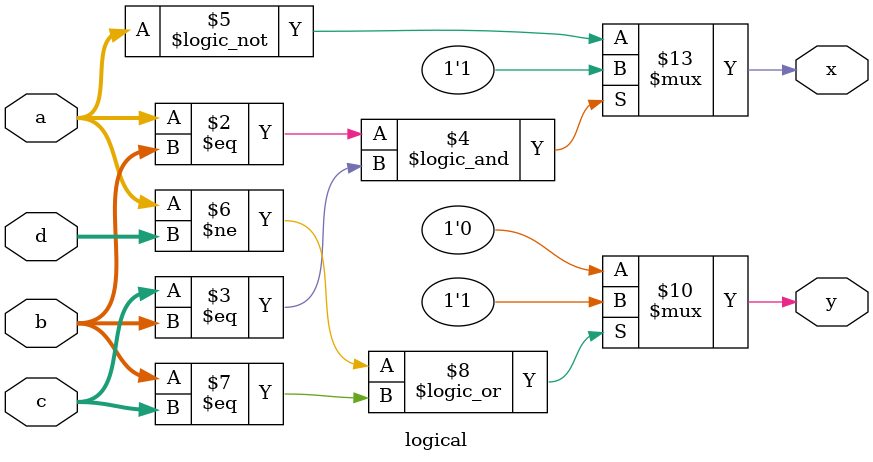
<source format=v>
module logical(
  input [3:0]a,b,c,d,
  output reg x,y);

  always @(*) begin
	if ((a==b)&&(c==b)) 
	x=1;   
	else
	x=!a;

	if((a!=d)||(b==c))
	y=1;                
	else
	y=0;                
  end
endmodule

</source>
